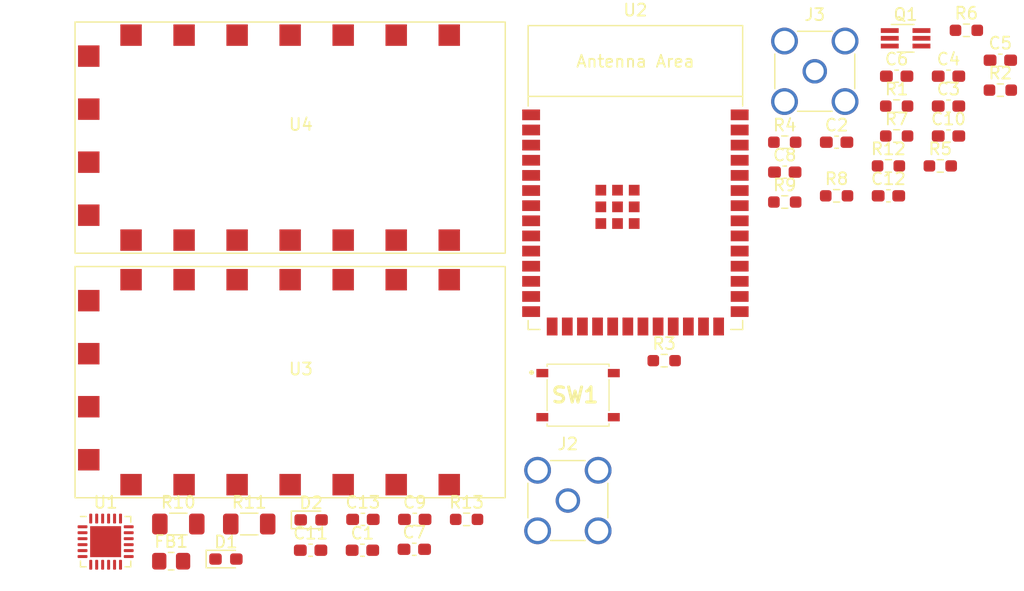
<source format=kicad_pcb>
(kicad_pcb (version 20211014) (generator pcbnew)
  (layers (0 "F.Cu" signal) (31 "B.Cu" signal) (34 "B.Paste" user) (35 "F.Paste" user) (36 "B.SilkS" user "B.Silkscreen") (37 "F.SilkS" user "F.Silkscreen") (38 "B.Mask" user) (39 "F.Mask" user) (44 "Edge.Cuts" user))
  (net 0 "")
  (net 1 "/VDD_CP")
  (net 2 "GND")
  (net 3 "/~{RST_CP}")
  (net 4 "+3V3")
  (net 5 "Net-(C6-Pad1)")
  (net 6 "Net-(C7-Pad1)")
  (net 7 "Net-(C8-Pad1)")
  (net 8 "Net-(C9-Pad1)")
  (net 9 "Net-(C10-Pad1)")
  (net 10 "/EN")
  (net 11 "/BOOT")
  (net 12 "Net-(D1-Pad1)")
  (net 13 "/VIO")
  (net 14 "Net-(D2-Pad1)")
  (net 15 "VBUS")
  (net 16 "+5V")
  (net 17 "/~{RTS}")
  (net 18 "/BASE1")
  (net 19 "/~{DTR}")
  (net 20 "/BASE2")
  (net 21 "/VBUS_DETECT_CP")
  (net 22 "Net-(R4-Pad1)")
  (net 23 "/TXT")
  (net 24 "/RXT")
  (net 25 "/~{RI}")
  (net 26 "D+")
  (net 27 "D-")
  (net 33 "/~{CTS}")
  (net 34 "UART0_TX")
  (net 35 "UART0_RX")
  (net 36 "/~{DSR}")
  (net 37 "/~{DCD}")
  (net 38 "/GPIO_04")
  (net 39 "/GPIO_05")
  (net 40 "/GPIO_06")
  (net 41 "/GPIO_07")
  (net 42 "H{slash}L2")
  (net 43 "/GPIO_16")
  (net 44 "/GPIO_17")
  (net 45 "/GPIO_18")
  (net 46 "/GPIO_08")
  (net 47 "/USB_OTG_D-")
  (net 48 "/USB_OTG_D+")
  (net 49 "/GPIO_03")
  (net 50 "/GPIO_46")
  (net 51 "/GPIO_09")
  (net 52 "/GPIO_10")
  (net 53 "TX1")
  (net 54 "RX1")
  (net 55 "PTT2")
  (net 56 "PD2")
  (net 57 "/GPIO_21")
  (net 58 "/GPIO_47")
  (net 59 "/GPIO_48")
  (net 60 "/GPIO_45")
  (net 61 "RX2")
  (net 62 "TX2")
  (net 63 "H{slash}L1")
  (net 64 "PD1")
  (net 65 "PTT1")
  (net 66 "/GPIO_02")
  (net 67 "/GPIO_01")
  (footprint "Z_mycustom_footprint_lib:SA818S" (layer "F.Cu") (at 36.7332 152.1666)
    (fp_text reference "U4" (at 0.85 -1.1 unlocked) (layer "F.SilkS"))
    (fp_text value "SA818S")
    (fp_rect (start -18.1 -9.7) (end 18 9.7) (layer "F.SilkS") (width 0.12) (fill none))
    (pad "1" smd rect (at 13.3 -8.6) (size 1.8 1.8) (layers "F.Cu" "F.Paste" "F.Mask"))
    (pad "2" smd rect (at 8.85 -8.6) (size 1.8 1.8) (layers "F.Cu" "F.Paste" "F.Mask"))
    (pad "3" smd rect (at 4.4 -8.6) (size 1.8 1.8) (layers "F.Cu" "F.Paste" "F.Mask"))
    (pad "4" smd rect (at -0.05 -8.6) (size 1.8 1.8) (layers "F.Cu" "F.Paste" "F.Mask"))
    (pad "5" smd rect (at -4.5 -8.6) (size 1.8 1.8) (layers "F.Cu" "F.Paste" "F.Mask") (net 55 "PTT2"))
    (pad "6" smd rect (at -8.95 -8.6) (size 1.8 1.8) (layers "F.Cu" "F.Paste" "F.Mask") (net 56 "PD2"))
    (pad "7" smd rect (at -13.4 -8.6) (size 1.8 1.8) (layers "F.Cu" "F.Paste" "F.Mask") (net 42 "H{slash}L2"))
    (pad "8" smd rect (at -16.95 -6.84 90) (size 1.8 1.8) (layers "F.Cu" "F.Paste" "F.Mask") (net 16 "+5V"))
    (pad "9" smd rect (at -16.95 -2.39 90) (size 1.8 1.8) (layers "F.Cu" "F.Paste" "F.Mask") (net 2 "GND"))
    (pad "10" smd rect (at -16.95 2.06 90) (size 1.8 1.8) (layers "F.Cu" "F.Paste" "F.Mask") (net 2 "GND"))
    (pad "11" smd rect (at -16.95 6.51 90) (size 1.8 1.8) (layers "F.Cu" "F.Paste" "F.Mask"))
    (pad "12" smd rect (at -13.4 8.6) (size 1.8 1.8) (layers "F.Cu" "F.Paste" "F.Mask") (net 8 "Net-(C9-Pad1)"))
    (pad "13" smd rect (at -8.95 8.6) (size 1.8 1.8) (layers "F.Cu" "F.Paste" "F.Mask"))
    (pad "14" smd rect (at -4.5 8.6) (size 1.8 1.8) (layers "F.Cu" "F.Paste" "F.Mask"))
    (pad "15" smd rect (at -0.05 8.6) (size 1.8 1.8) (layers "F.Cu" "F.Paste" "F.Mask"))
    (pad "16" smd rect (at 4.4 8.6) (size 1.8 1.8) (layers "F.Cu" "F.Paste" "F.Mask") (net 62 "TX2"))
    (pad "17" smd rect (at 8.85 8.6) (size 1.8 1.8) (layers "F.Cu" "F.Paste" "F.Mask") (net 61 "RX2"))
    (pad "18" smd rect (at 13.3 8.6) (size 1.8 1.8) (layers "F.Cu" "F.Paste" "F.Mask"))
  )
  (footprint "Connector_Coaxial:SMA_Amphenol_901-144_Vertical" (layer "F.Cu") (at 59.9882 182.6216)
    (fp_text reference "J2" (at 0 -4.75) (layer "F.SilkS"))
    (fp_text value "Conn_Coaxial")
    (fp_line (start -1.45 3.355) (end 1.45 3.355) (layer "F.SilkS") (width 0.12))
    (fp_line (start 3.355 -1.45) (end 3.355 1.45) (layer "F.SilkS") (width 0.12))
    (fp_line (start -3.355 -1.45) (end -3.355 1.45) (layer "F.SilkS") (width 0.12))
    (fp_line (start -1.45 -3.355) (end 1.45 -3.355) (layer "F.SilkS") (width 0.12))
    (pad "1" thru_hole circle (at 0 0) (size 2.05 2.05) (drill 1.5) (layers *.Cu *.Mask) (net 7 "Net-(C8-Pad1)"))
    (pad "2" thru_hole circle (at 2.54 2.54) (size 2.25 2.25) (drill 1.7) (layers *.Cu *.Mask) (net 2 "GND"))
    (pad "2" thru_hole circle (at -2.54 2.54) (size 2.25 2.25) (drill 1.7) (layers *.Cu *.Mask) (net 2 "GND"))
    (pad "2" thru_hole circle (at 2.54 -2.54) (size 2.25 2.25) (drill 1.7) (layers *.Cu *.Mask) (net 2 "GND"))
    (pad "2" thru_hole circle (at -2.54 -2.54) (size 2.25 2.25) (drill 1.7) (layers *.Cu *.Mask) (net 2 "GND"))
  )
  (footprint "SamacSys_Parts:PTS526SK15SMTR2LFS" (layer "F.Cu") (at 60.8432 173.7766)
    (fp_text reference "SW1" (at -0.25 0) (layer "F.SilkS") (effects (font (size 1.27 1.27) (thickness 0.254))))
    (fp_text value "MCU_RESET" hide)
    (fp_line (start -2.6 -2.4) (end -2.6 -2.6) (layer "F.SilkS") (width 0.1))
    (fp_line (start 2.6 -2.6) (end 2.6 -2.4) (layer "F.SilkS") (width 0.1))
    (fp_line (start -2.6 1.3) (end -2.6 -1.3) (layer "F.SilkS") (width 0.1))
    (fp_line (start 2.6 1.3) (end 2.6 -1.3) (layer "F.SilkS") (width 0.1))
    (fp_line (start -3.8 -1.9) (end -3.8 -1.9) (layer "F.SilkS") (width 0.2))
    (fp_line (start -4 -1.9) (end -4 -1.9) (layer "F.SilkS") (width 0.2))
    (fp_line (start 2.6 2.6) (end 2.6 2.4) (layer "F.SilkS") (width 0.1))
    (fp_line (start -2.6 -2.6) (end 2.6 -2.6) (layer "F.SilkS") (width 0.1))
    (fp_line (start -2.6 2.4) (end -2.6 2.6) (layer "F.SilkS") (width 0.1))
    (fp_line (start -2.6 2.6) (end 2.6 2.6) (layer "F.SilkS") (width 0.1))
    (fp_arc (start -3.8 -1.9) (mid -3.9 -1.8) (end -4 -1.9) (layer "F.SilkS") (width 0.2))
    (fp_arc (start -4 -1.9) (mid -3.9 -2) (end -3.8 -1.9) (layer "F.SilkS") (width 0.2))
    (pad "1" smd rect (at -3 -1.85 90) (size 0.7 1) (layers "F.Cu" "F.Paste" "F.Mask") (net 10 "/EN"))
    (pad "1" smd rect (at 3 -1.85 90) (size 0.7 1) (layers "F.Cu" "F.Paste" "F.Mask") (net 10 "/EN"))
    (pad "2" smd rect (at 3 1.85 90) (size 0.7 1) (layers "F.Cu" "F.Paste" "F.Mask") (net 2 "GND"))
    (pad "2" smd rect (at -3 1.85 90) (size 0.7 1) (layers "F.Cu" "F.Paste" "F.Mask") (net 2 "GND"))
  )
  (footprint "Package_DFN_QFN:QFN-24-1EP_4x4mm_P0.5mm_EP2.6x2.6mm" (layer "F.Cu") (at 21.1982 186.0716)
    (fp_text reference "U1" (at 0 -3.3) (layer "F.SilkS"))
    (fp_text value "CP2102N-Axx-xQFN24")
    (fp_line (start 2.11 2.11) (end 2.11 1.635) (layer "F.SilkS") (width 0.12))
    (fp_line (start 1.635 -2.11) (end 2.11 -2.11) (layer "F.SilkS") (width 0.12))
    (fp_line (start -1.635 -2.11) (end -2.11 -2.11) (layer "F.SilkS") (width 0.12))
    (fp_line (start 2.11 -2.11) (end 2.11 -1.635) (layer "F.SilkS") (width 0.12))
    (fp_line (start 1.635 2.11) (end 2.11 2.11) (layer "F.SilkS") (width 0.12))
    (fp_line (start -1.635 2.11) (end -2.11 2.11) (layer "F.SilkS") (width 0.12))
    (fp_line (start -2.11 2.11) (end -2.11 1.635) (layer "F.SilkS") (width 0.12))
    (pad "1" smd roundrect (at -1.9375 -1.25) (size 0.825 0.25) (layers "F.Cu" "F.Paste" "F.Mask") (net 25 "/~{RI}"))
    (pad "2" smd roundrect (at -1.9375 -0.75) (size 0.825 0.25) (layers "F.Cu" "F.Paste" "F.Mask") (net 2 "GND"))
    (pad "3" smd roundrect (at -1.9375 -0.25) (size 0.825 0.25) (layers "F.Cu" "F.Paste" "F.Mask") (net 26 "D+"))
    (pad "4" smd roundrect (at -1.9375 0.25) (size 0.825 0.25) (layers "F.Cu" "F.Paste" "F.Mask") (net 27 "D-"))
    (pad "5" smd roundrect (at -1.9375 0.75) (size 0.825 0.25) (layers "F.Cu" "F.Paste" "F.Mask") (net 13 "/VIO"))
    (pad "6" smd roundrect (at -1.9375 1.25) (size 0.825 0.25) (layers "F.Cu" "F.Paste" "F.Mask") (net 1 "/VDD_CP"))
    (pad "7" smd roundrect (at -1.25 1.9375) (size 0.25 0.825) (layers "F.Cu" "F.Paste" "F.Mask") (net 1 "/VDD_CP"))
    (pad "8" smd roundrect (at -0.75 1.9375) (size 0.25 0.825) (layers "F.Cu" "F.Paste" "F.Mask") (net 21 "/VBUS_DETECT_CP"))
    (pad "9" smd roundrect (at -0.25 1.9375) (size 0.25 0.825) (layers "F.Cu" "F.Paste" "F.Mask") (net 3 "/~{RST_CP}"))
    (pad "10" smd roundrect (at 0.25 1.9375) (size 0.25 0.825) (layers "F.Cu" "F.Paste" "F.Mask"))
    (pad "11" smd roundrect (at 0.75 1.9375) (size 0.25 0.825) (layers "F.Cu" "F.Paste" "F.Mask"))
    (pad "12" smd roundrect (at 1.25 1.9375) (size 0.25 0.825) (layers "F.Cu" "F.Paste" "F.Mask"))
    (pad "13" smd roundrect (at 1.9375 1.25) (size 0.825 0.25) (layers "F.Cu" "F.Paste" "F.Mask") (net 24 "/RXT"))
    (pad "14" smd roundrect (at 1.9375 0.75) (size 0.825 0.25) (layers "F.Cu" "F.Paste" "F.Mask") (net 23 "/TXT"))
    (pad "15" smd roundrect (at 1.9375 0.25) (size 0.825 0.25) (layers "F.Cu" "F.Paste" "F.Mask") (net 22 "Net-(R4-Pad1)"))
    (pad "16" smd roundrect (at 1.9375 -0.25) (size 0.825 0.25) (layers "F.Cu" "F.Paste" "F.Mask"))
    (pad "17" smd roundrect (at 1.9375 -0.75) (size 0.825 0.25) (layers "F.Cu" "F.Paste" "F.Mask"))
    (pad "18" smd roundrect (at 1.9375 -1.25) (size 0.825 0.25) (layers "F.Cu" "F.Paste" "F.Mask") (net 33 "/~{CTS}"))
    (pad "19" smd roundrect (at 1.25 -1.9375) (size 0.25 0.825) (layers "F.Cu" "F.Paste" "F.Mask") (net 17 "/~{RTS}"))
    (pad "20" smd roundrect (at 0.75 -1.9375) (size 0.25 0.825) (layers "F.Cu" "F.Paste" "F.Mask") (net 34 "UART0_TX"))
    (pad "21" smd roundrect (at 0.25 -1.9375) (size 0.25 0.825) (layers "F.Cu" "F.Paste" "F.Mask") (net 35 "UART0_RX"))
    (pad "22" smd roundrect (at -0.25 -1.9375) (size 0.25 0.825) (layers "F.Cu" "F.Paste" "F.Mask") (net 36 "/~{DSR}"))
    (pad "23" smd roundrect (at -0.75 -1.9375) (size 0.25 0.825) (layers "F.Cu" "F.Paste" "F.Mask") (net 19 "/~{DTR}"))
    (pad "24" smd roundrect (at -1.25 -1.9375) (size 0.25 0.825) (layers "F.Cu" "F.Paste" "F.Mask") (net 37 "/~{DCD}"))
    (pad "25" smd rect (at 0 0) (size 2.6 2.6) (layers "F.Cu" "F.Mask") (net 2 "GND"))
  )
  (footprint "Capacitor_SMD:C_0603_1608Metric_Pad1.08x0.95mm_HandSolder" (layer "F.Cu") (at 91.9282 149.5216)
    (fp_text reference "C3" (at 0 -1.43) (layer "F.SilkS"))
    (fp_text value "10u")
    (fp_line (start -0.146267 -0.51) (end 0.146267 -0.51) (layer "F.SilkS") (width 0.12))
    (fp_line (start -0.146267 0.51) (end 0.146267 0.51) (layer "F.SilkS") (width 0.12))
    (pad "1" smd roundrect (at -0.8625 0) (size 1.075 0.95) (layers "F.Cu" "F.Paste" "F.Mask") (net 4 "+3V3"))
    (pad "2" smd roundrect (at 0.8625 0) (size 1.075 0.95) (layers "F.Cu" "F.Paste" "F.Mask") (net 2 "GND"))
  )
  (footprint "Capacitor_SMD:C_0603_1608Metric_Pad1.08x0.95mm_HandSolder" (layer "F.Cu") (at 91.9282 152.0316)
    (fp_text reference "C10" (at 0 -1.43) (layer "F.SilkS"))
    (fp_text value "DNP")
    (fp_line (start -0.146267 -0.51) (end 0.146267 -0.51) (layer "F.SilkS") (width 0.12))
    (fp_line (start -0.146267 0.51) (end 0.146267 0.51) (layer "F.SilkS") (width 0.12))
    (pad "1" smd roundrect (at -0.8625 0) (size 1.075 0.95) (layers "F.Cu" "F.Paste" "F.Mask") (net 9 "Net-(C10-Pad1)"))
    (pad "2" smd roundrect (at 0.8625 0) (size 1.075 0.95) (layers "F.Cu" "F.Paste" "F.Mask") (net 2 "GND"))
  )
  (footprint "Package_TO_SOT_SMD:SOT-363_SC-70-6_Handsoldering" (layer "F.Cu") (at 88.3282 143.8316)
    (fp_text reference "Q1" (at 0 -2) (layer "F.SilkS"))
    (fp_text value "BC847BS")
    (fp_line (start 0.7 -1.16) (end -1.2 -1.16) (layer "F.SilkS") (width 0.12))
    (fp_line (start -0.7 1.16) (end 0.7 1.16) (layer "F.SilkS") (width 0.12))
    (pad "1" smd rect (at -1.33 -0.65) (size 1.5 0.4) (layers "F.Cu" "F.Paste" "F.Mask") (net 17 "/~{RTS}"))
    (pad "2" smd rect (at -1.33 0) (size 1.5 0.4) (layers "F.Cu" "F.Paste" "F.Mask") (net 18 "/BASE1"))
    (pad "3" smd rect (at -1.33 0.65) (size 1.5 0.4) (layers "F.Cu" "F.Paste" "F.Mask") (net 11 "/BOOT"))
    (pad "4" smd rect (at 1.33 0.65) (size 1.5 0.4) (layers "F.Cu" "F.Paste" "F.Mask") (net 19 "/~{DTR}"))
    (pad "5" smd rect (at 1.33 0) (size 1.5 0.4) (layers "F.Cu" "F.Paste" "F.Mask") (net 20 "/BASE2"))
    (pad "6" smd rect (at 1.33 -0.65) (size 1.5 0.4) (layers "F.Cu" "F.Paste" "F.Mask") (net 10 "/EN"))
  )
  (footprint "Capacitor_SMD:C_0603_1608Metric_Pad1.08x0.95mm_HandSolder" (layer "F.Cu") (at 82.5382 152.5516)
    (fp_text reference "C2" (at 0 -1.43) (layer "F.SilkS"))
    (fp_text value "100n")
    (fp_line (start -0.146267 -0.51) (end 0.146267 -0.51) (layer "F.SilkS") (width 0.12))
    (fp_line (start -0.146267 0.51) (end 0.146267 0.51) (layer "F.SilkS") (width 0.12))
    (pad "1" smd roundrect (at -0.8625 0) (size 1.075 0.95) (layers "F.Cu" "F.Paste" "F.Mask") (net 3 "/~{RST_CP}"))
    (pad "2" smd roundrect (at 0.8625 0) (size 1.075 0.95) (layers "F.Cu" "F.Paste" "F.Mask") (net 2 "GND"))
  )
  (footprint "Resistor_SMD:R_0603_1608Metric_Pad0.98x0.95mm_HandSolder" (layer "F.Cu") (at 78.1882 157.5716)
    (fp_text reference "R9" (at 0 -1.43) (layer "F.SilkS"))
    (fp_text value "10k")
    (fp_line (start -0.254724 -0.5225) (end 0.254724 -0.5225) (layer "F.SilkS") (width 0.12))
    (fp_line (start -0.254724 0.5225) (end 0.254724 0.5225) (layer "F.SilkS") (width 0.12))
    (pad "1" smd roundrect (at -0.9125 0) (size 0.975 0.95) (layers "F.Cu" "F.Paste" "F.Mask") (net 17 "/~{RTS}"))
    (pad "2" smd roundrect (at 0.9125 0) (size 0.975 0.95) (layers "F.Cu" "F.Paste" "F.Mask") (net 20 "/BASE2"))
  )
  (footprint "Resistor_SMD:R_0603_1608Metric_Pad0.98x0.95mm_HandSolder" (layer "F.Cu") (at 96.2782 148.1816)
    (fp_text reference "R2" (at 0 -1.43) (layer "F.SilkS"))
    (fp_text value "22k")
    (fp_line (start -0.254724 -0.5225) (end 0.254724 -0.5225) (layer "F.SilkS") (width 0.12))
    (fp_line (start -0.254724 0.5225) (end 0.254724 0.5225) (layer "F.SilkS") (width 0.12))
    (pad "1" smd roundrect (at -0.9125 0) (size 0.975 0.95) (layers "F.Cu" "F.Paste" "F.Mask") (net 16 "+5V"))
    (pad "2" smd roundrect (at 0.9125 0) (size 0.975 0.95) (layers "F.Cu" "F.Paste" "F.Mask") (net 21 "/VBUS_DETECT_CP"))
  )
  (footprint "Capacitor_SMD:C_0603_1608Metric_Pad1.08x0.95mm_HandSolder" (layer "F.Cu") (at 86.8882 157.0516)
    (fp_text reference "C12" (at 0 -1.43) (layer "F.SilkS"))
    (fp_text value "15n")
    (fp_line (start -0.146267 0.51) (end 0.146267 0.51) (layer "F.SilkS") (width 0.12))
    (fp_line (start -0.146267 -0.51) (end 0.146267 -0.51) (layer "F.SilkS") (width 0.12))
    (pad "1" smd roundrect (at -0.8625 0) (size 1.075 0.95) (layers "F.Cu" "F.Paste" "F.Mask") (net 10 "/EN"))
    (pad "2" smd roundrect (at 0.8625 0) (size 1.075 0.95) (layers "F.Cu" "F.Paste" "F.Mask") (net 2 "GND"))
  )
  (footprint "Capacitor_SMD:C_0603_1608Metric_Pad1.08x0.95mm_HandSolder" (layer "F.Cu") (at 78.1882 155.0616)
    (fp_text reference "C8" (at 0 -1.43) (layer "F.SilkS"))
    (fp_text value "DNP")
    (fp_line (start -0.146267 -0.51) (end 0.146267 -0.51) (layer "F.SilkS") (width 0.12))
    (fp_line (start -0.146267 0.51) (end 0.146267 0.51) (layer "F.SilkS") (width 0.12))
    (pad "1" smd roundrect (at -0.8625 0) (size 1.075 0.95) (layers "F.Cu" "F.Paste" "F.Mask") (net 7 "Net-(C8-Pad1)"))
    (pad "2" smd roundrect (at 0.8625 0) (size 1.075 0.95) (layers "F.Cu" "F.Paste" "F.Mask") (net 2 "GND"))
  )
  (footprint "Resistor_SMD:R_0603_1608Metric_Pad0.98x0.95mm_HandSolder" (layer "F.Cu") (at 87.5782 152.0316)
    (fp_text reference "R7" (at 0 -1.43) (layer "F.SilkS"))
    (fp_text value "1Meg")
    (fp_line (start -0.254724 -0.5225) (end 0.254724 -0.5225) (layer "F.SilkS") (width 0.12))
    (fp_line (start -0.254724 0.5225) (end 0.254724 0.5225) (layer "F.SilkS") (width 0.12))
    (pad "1" smd roundrect (at -0.9125 0) (size 0.975 0.95) (layers "F.Cu" "F.Paste" "F.Mask") (net 2 "GND"))
    (pad "2" smd roundrect (at 0.9125 0) (size 0.975 0.95) (layers "F.Cu" "F.Paste" "F.Mask") (net 5 "Net-(C6-Pad1)"))
  )
  (footprint "Capacitor_SMD:C_0603_1608Metric_Pad1.08x0.95mm_HandSolder" (layer "F.Cu") (at 87.5782 147.0116)
    (fp_text reference "C6" (at 0 -1.43) (layer "F.SilkS"))
    (fp_text value "10p")
    (fp_line (start -0.146267 0.51) (end 0.146267 0.51) (layer "F.SilkS") (width 0.12))
    (fp_line (start -0.146267 -0.51) (end 0.146267 -0.51) (layer "F.SilkS") (width 0.12))
    (pad "1" smd roundrect (at -0.8625 0) (size 1.075 0.95) (layers "F.Cu" "F.Paste" "F.Mask") (net 5 "Net-(C6-Pad1)"))
    (pad "2" smd roundrect (at 0.8625 0) (size 1.075 0.95) (layers "F.Cu" "F.Paste" "F.Mask") (net 2 "GND"))
  )
  (footprint "Resistor_SMD:R_1206_3216Metric_Pad1.30x1.75mm_HandSolder" (layer "F.Cu") (at 33.2482 184.5916)
    (fp_text reference "R11" (at 0 -1.82) (layer "F.SilkS"))
    (fp_text value "filter")
    (fp_line (start -0.727064 0.91) (end 0.727064 0.91) (layer "F.SilkS") (width 0.12))
    (fp_line (start -0.727064 -0.91) (end 0.727064 -0.91) (layer "F.SilkS") (width 0.12))
    (pad "1" smd roundrect (at -1.55 0) (size 1.3 1.75) (layers "F.Cu" "F.Paste" "F.Mask") (roundrect_rratio 0.192308) (net 8 "Net-(C9-Pad1)"))
    (pad "2" smd roundrect (at 1.55 0) (size 1.3 1.75) (layers "F.Cu" "F.Paste" "F.Mask") (roundrect_rratio 0.192308) (net 9 "Net-(C10-Pad1)"))
  )
  (footprint "LED_SMD:LED_0603_1608Metric_Pad1.05x0.95mm_HandSolder" (layer "F.Cu") (at 31.2932 187.5316)
    (fp_text reference "D1" (at 0 -1.43) (layer "F.SilkS"))
    (fp_text value "LED_Small")
    (fp_line (start -1.66 0.735) (end 0.8 0.735) (layer "F.SilkS") (width 0.12))
    (fp_line (start -1.66 -0.735) (end -1.66 0.735) (layer "F.SilkS") (width 0.12))
    (fp_line (start 0.8 -0.735) (end -1.66 -0.735) (layer "F.SilkS") (width 0.12))
    (pad "1" smd roundrect (at -0.875 0) (size 1.05 0.95) (layers "F.Cu" "F.Paste" "F.Mask") (net 12 "Net-(D1-Pad1)"))
    (pad "2" smd roundrect (at 0.875 0) (size 1.05 0.95) (layers "F.Cu" "F.Paste" "F.Mask") (net 13 "/VIO"))
  )
  (footprint "Capacitor_SMD:C_0603_1608Metric_Pad1.08x0.95mm_HandSolder" (layer "F.Cu") (at 91.9282 147.0116)
    (fp_text reference "C4" (at 0 -1.43) (layer "F.SilkS"))
    (fp_text value "10u")
    (fp_line (start -0.146267 0.51) (end 0.146267 0.51) (layer "F.SilkS") (width 0.12))
    (fp_line (start -0.146267 -0.51) (end 0.146267 -0.51) (layer "F.SilkS") (width 0.12))
    (pad "1" smd roundrect (at -0.8625 0) (size 1.075 0.95) (layers "F.Cu" "F.Paste" "F.Mask") (net 4 "+3V3"))
    (pad "2" smd roundrect (at 0.8625 0) (size 1.075 0.95) (layers "F.Cu" "F.Paste" "F.Mask") (net 2 "GND"))
  )
  (footprint "Resistor_SMD:R_0603_1608Metric_Pad0.98x0.95mm_HandSolder" (layer "F.Cu") (at 68.0682 170.8816)
    (fp_text reference "R3" (at 0 -1.43) (layer "F.SilkS"))
    (fp_text value "47k")
    (fp_line (start -0.254724 -0.5225) (end 0.254724 -0.5225) (layer "F.SilkS") (width 0.12))
    (fp_line (start -0.254724 0.5225) (end 0.254724 0.5225) (layer "F.SilkS") (width 0.12))
    (pad "1" smd roundrect (at -0.9125 0) (size 0.975 0.95) (layers "F.Cu" "F.Paste" "F.Mask") (net 21 "/VBUS_DETECT_CP"))
    (pad "2" smd roundrect (at 0.9125 0) (size 0.975 0.95) (layers "F.Cu" "F.Paste" "F.Mask") (net 2 "GND"))
  )
  (footprint "Capacitor_SMD:C_0603_1608Metric_Pad1.08x0.95mm_HandSolder" (layer "F.Cu") (at 38.3982 186.7916)
    (fp_text reference "C11" (at 0 -1.43) (layer "F.SilkS"))
    (fp_text value "DNP")
    (fp_line (start -0.146267 0.51) (end 0.146267 0.51) (layer "F.SilkS") (width 0.12))
    (fp_line (start -0.146267 -0.51) (end 0.146267 -0.51) (layer "F.SilkS") (width 0.12))
    (pad "1" smd roundrect (at -0.8625 0) (size 1.075 0.95) (layers "F.Cu" "F.Paste" "F.Mask") (net 10 "/EN"))
    (pad "2" smd roundrect (at 0.8625 0) (size 1.075 0.95) (layers "F.Cu" "F.Paste" "F.Mask") (net 2 "GND"))
  )
  (footprint "LED_SMD:LED_0603_1608Metric_Pad1.05x0.95mm_HandSolder" (layer "F.Cu") (at 38.4432 184.2416)
    (fp_text reference "D2" (at 0 -1.43) (layer "F.SilkS"))
    (fp_text value "LED_Small")
    (fp_line (start -1.66 -0.735) (end -1.66 0.735) (layer "F.SilkS") (width 0.12))
    (fp_line (start -1.66 0.735) (end 0.8 0.735) (layer "F.SilkS") (width 0.12))
    (fp_line (start 0.8 -0.735) (end -1.66 -0.735) (layer "F.SilkS") (width 0.12))
    (pad "1" smd roundrect (at -0.875 0) (size 1.05 0.95) (layers "F.Cu" "F.Paste" "F.Mask") (net 14 "Net-(D2-Pad1)"))
    (pad "2" smd roundrect (at 0.875 0) (size 1.05 0.95) (layers "F.Cu" "F.Paste" "F.Mask") (net 13 "/VIO"))
  )
  (footprint "Resistor_SMD:R_0603_1608Metric_Pad0.98x0.95mm_HandSolder" (layer "F.Cu") (at 93.4282 143.1616)
    (fp_text reference "R6" (at 0 -1.43) (layer "F.SilkS"))
    (fp_text value "300")
    (fp_line (start -0.254724 -0.5225) (end 0.254724 -0.5225) (layer "F.SilkS") (width 0.12))
    (fp_line (start -0.254724 0.5225) (end 0.254724 0.5225) (layer "F.SilkS") (width 0.12))
    (pad "1" smd roundrect (at -0.9125 0) (size 0.975 0.95) (layers "F.Cu" "F.Paste" "F.Mask") (net 24 "/RXT"))
    (pad "2" smd roundrect (at 0.9125 0) (size 0.975 0.95) (layers "F.Cu" "F.Paste" "F.Mask") (net 14 "Net-(D2-Pad1)"))
  )
  (footprint "Espressif:ESP32-S3-WROOM-1" (layer "F.Cu") (at 65.6532 158.5166)
    (fp_text reference "U2" (at 0 -17.05) (layer "F.SilkS"))
    (fp_text value "ESP32-S3-WROOM-1")
    (fp_text user "Antenna Area" (at 0 -12.75) (layer "F.SilkS"))
    (fp_line (start 9 -9.81) (end -9 -9.81) (layer "F.SilkS") (width 0.12))
    (fp_line (start -9 9.75) (end -8 9.75) (layer "F.SilkS") (width 0.12))
    (fp_line (start -9 -15.75) (end 9 -15.75) (layer "F.SilkS") (width 0.12))
    (fp_line (start 9 -15.75) (end 9 -9) (layer "F.SilkS") (width 0.12))
    (fp_line (start 9 9) (end 9 9.75) (layer "F.SilkS") (width 0.12))
    (fp_line (start 9 9.75) (end 8 9.75) (layer "F.SilkS") (width 0.12))
    (fp_line (start -9 9) (end -9 9.75) (layer "F.SilkS") (width 0.12))
    (fp_line (start -9 -15.75) (end -9 -9) (layer "F.SilkS") (width 0.12))
    (pad "1" smd rect (at -8.75 -8.26) (size 1.5 0.9) (layers "F.Cu" "F.Paste" "F.Mask") (net 2 "GND"))
    (pad "2" smd rect (at -8.75 -6.99) (size 1.5 0.9) (layers "F.Cu" "F.Paste" "F.Mask") (net 4 "+3V3"))
    (pad "3" smd rect (at -8.75 -5.72) (size 1.5 0.9) (layers "F.Cu" "F.Paste" "F.Mask") (net 10 "/EN"))
    (pad "4" smd rect (at -8.75 -4.45) (size 1.5 0.9) (layers "F.Cu" "F.Paste" "F.Mask") (net 38 "/GPIO_04"))
    (pad "5" smd rect (at -8.75 -3.18) (size 1.5 0.9) (layers "F.Cu" "F.Paste" "F.Mask") (net 39 "/GPIO_05"))
    (pad "6" smd rect (at -8.75 -1.91) (size 1.5 0.9) (layers "F.Cu" "F.Paste" "F.Mask") (net 40 "/GPIO_06"))
    (pad "7" smd rect (at -8.75 -0.64) (size 1.5 0.9) (layers "F.Cu" "F.Paste" "F.Mask") (net 41 "/GPIO_07"))
    (pad "8" smd rect (at -8.75 0.63) (size 1.5 0.9) (layers "F.Cu" "F.Paste" "F.Mask") (net 42 "H{slash}L2"))
    (pad "9" smd rect (at -8.75 1.9) (size 1.5 0.9) (layers "F.Cu" "F.Paste" "F.Mask") (net 43 "/GPIO_16"))
    (pad "10" smd rect (at -8.75 3.17) (size 1.5 0.9) (layers "F.Cu" "F.Paste" "F.Mask") (net 44 "/GPIO_17"))
    (pad "11" smd rect (at -8.75 4.44) (size 1.5 0.9) (layers "F.Cu" "F.Paste" "F.Mask") (net 45 "/GPIO_18"))
    (pad "12" smd rect (at -8.75 5.71) (size 1.5 0.9) (layers "F.Cu" "F.Paste" "F.Mask") (net 46 "/GPIO_08"))
    (pad "13" smd rect (at -8.75 6.98) (size 1.5 0.9) (layers "F.Cu" "F.Paste" "F.Mask") (net 47 "/USB_OTG_D-"))
    (pad "14" smd rect (at -8.75 8.25) (size 1.5 0.9) (layers "F.Cu" "F.Paste" "F.Mask") (net 48 "/USB_OTG_D+"))
    (pad "15" smd rect (at -6.985 9.5 90) (size 1.5 0.9) (layers "F.Cu" "F.Paste" "F.Mask") (net 49 "/GPIO_03"))
    (pad "16" smd rect (at -5.715 9.5 90) (size 1.5 0.9) (layers "F.Cu" "F.Paste" "F.Mask") (net 50 "/GPIO_46"))
    (pad "17" smd rect (at -4.445 9.5 90) (size 1.5 0.9) (layers "F.Cu" "F.Paste" "F.Mask") (net 51 "/GPIO_09"))
    (pad "18" smd rect (at -3.175 9.5 90) (size 1.5 0.9) (layers "F.Cu" "F.Paste" "F.Mask") (net 52 "/GPIO_10"))
    (pad "19" smd rect (at -1.905 9.5 90) (size 1.5 0.9) (layers "F.Cu" "F.Paste" "F.Mask") (net 53 "TX1"))
    (pad "20" smd rect (at -0.635 9.5 90) (size 1.5 0.9) (layers "F.Cu" "F.Paste" "F.Mask") (net 54 "RX1"))
    (pad "21" smd rect (at 0.635 9.5 90) (size 1.5 0.9) (layers "F.Cu" "F.Paste" "F.Mask") (net 55 "PTT2"))
    (pad "22" smd rect (at 1.905 9.5 90) (size 1.5 0.9) (layers "F.Cu" "F.Paste" "F.Mask") (net 56 "PD2"))
    (pad "23" smd rect (at 3.175 9.5 90) (size 1.5 0.9) (layers "F.Cu" "F.Paste" "F.Mask") (net 57 "/GPIO_21"))
    (pad "24" smd rect (at 4.445 9.5 90) (size 1.5 0.9) (layers "F.Cu" "F.Paste" "F.Mask") (net 58 "/GPIO_47"))
    (pad "25" smd rect (at 5.715 9.5 90) (size 1.5 0.9) (layers "F.Cu" "F.Paste" "F.Mask") (net 59 "/GPIO_48"))
    (pad "26" smd rect (at 6.985 9.5 90) (size 1.5 0.9) (layers "F.Cu" "F.Paste" "F.Mask") (net 60 "/GPIO_45"))
    (pad "27" smd rect (at 8.75 8.25 180) (size 1.5 0.9) (layers "F.Cu" "F.Paste" "F.Mask") (net 11 "/BOOT"))
    (pad "28" smd rect (at 8.75 6.98 180) (size 1.5 0.9) (layers "F.Cu" "F.Paste" "F.Mask") (net 61 "RX2"))
    (pad "29" smd rect (at 8.75 5.71 180) (size 1.5 0.9) (layers "F.Cu" "F.Paste" "F.Mask") (net 62 "TX2"))
    (pad "30" smd rect (at 8.75 4.44 180) (size 1.5 0.9) (layers "F.Cu" "F.Paste" "F.Mask") (net 42 "H{slash}L2"))
    (pad "31" smd rect (at 8.75 3.17 180) (size 1.5 0.9) (layers "F.Cu" "F.Paste" "F.Mask") (net 56 "PD2"))
    (pad "32" smd rect (at 8.75 1.9 180) (size 1.5 0.9) (layers "F.Cu" "F.Paste" "F.Mask") (net 55 "PTT2"))
    (pad "33" smd rect (at 8.75 0.63 180) (size 1.5 0.9) (layers "F.Cu" "F.Paste" "F.Mask") (net 63 "H{slash}L1"))
    (pad "34" smd rect (at 8.75 -0.64 180) (size 1.5 0.9) (layers "F.Cu" "F.Paste" "F.Mask") (net 64 "PD1"))
    (pad "35" smd rect (at 8.75 -1.91 180) (size 1.5 0.9) (layers "F.Cu" "F.Paste" "F.Mask") (net 65 "PTT1"))
    (pad "36" smd rect (at 8.75 -3.18 180) (size 1.5 0.9) (layers "F.Cu" "F.Paste" "F.Mask") (net 35 "UART0_RX"))
    (pad "37" smd rect (at 8.75 -4.45 180) (size 1.5 0.9) (layers "F.Cu" "F.Paste" "F.Mask") (net 34 "UART0_TX"))
    (pad "38" smd rect (at 8.75 -5.72 180) (size 1.5 0.9) (layers "F.Cu" "F.Paste" "F.Mask") (net 66 "/GPIO_02"))
    (pad "39" smd rect (at 8.75 -6.99 180) (size 1.5 0.9) (layers "F.Cu" "F.Paste" "F.Mask") (net 67 "/GPIO_01"))
    (pad "40" smd rect (at 8.75 -8.26 180) (size 1.5 0.9) (layers "F.Cu" "F.Paste" "F.Mask") (net 2 "GND"))
    (pad "41" smd rect (at -2.9 -1.94 180) (size 0.9 0.9) (layers "F.Cu" "F.Paste" "F.Mask") (net 2 "GND"))
    (pad "41" smd rect (at -2.9 0.86 180) (size 0.9 0.9) (layers "F.Cu" "F.Paste" "F.Mask") (net 2 "GND"))
    (pad "41" smd rect (at -0.1 -0.54 180) (size 0.9 0.9) (layers "F.Cu" "F.Paste" "F.Mask") (net 2 "GND"))
    (pad "41" smd rect (at -2.9 -0.54 180) (size 0.9 0.9) (layers "F.Cu" "F.Paste" "F.Mask") (net 2 "GND"))
    (pad "41" smd rect (at -1.5 -0.54 180) (size 0.9 0.9) (layers "F.Cu" "F.Paste" "F.Mask") (net 2 "GND"))
    (pad "41" smd rect (at -1.5 0.86 180) (size 0.9 0.9) (layers "F.Cu" "F.Paste" "F.Mask") (net 2 "GND"))
    (pad "41" smd rect (at -0.1 0.86 180) (size 0.9 0.9) (layers "F.Cu" "F.Paste" "F.Mask") (net 2 "GND"))
    (pad "41" smd rect (at -0.1 -1.94 180) (size 0.9 0.9) (layers "F.Cu" "F.Paste" "F.Mask") (net 2 "GND"))
    (pad "41" smd rect (at -1.5 -1.94 180) (size 0.9 0.9) (layers "F.Cu" "F.Paste" "F.Mask") (net 2 "GND"))
  )
  (footprint "Connector_Coaxial:SMA_Amphenol_901-144_Vertical" (layer "F.Cu") (at 80.7082 146.6016)
    (fp_text reference "J3" (at 0 -4.75) (layer "F.SilkS"))
    (fp_text value "Conn_Coaxial")
    (fp_line (start -3.355 -1.45) (end -3.355 1.45) (layer "F.SilkS") (width 0.12))
    (fp_line (start 3.355 -1.45) (end 3.355 1.45) (layer "F.SilkS") (width 0.12))
    (fp_line (start -1.45 -3.355) (end 1.45 -3.355) (layer "F.SilkS") (width 0.12))
    (fp_line (start -1.45 3.355) (end 1.45 3.355) (layer "F.SilkS") (width 0.12))
    (pad "1" thru_hole circle (at 0 0) (size 2.05 2.05) (drill 1.5) (layers *.Cu *.Mask) (net 9 "Net-(C10-Pad1)"))
    (pad "2" thru_hole circle (at 2.54 -2.54) (size 2.25 2.25) (drill 1.7) (layers *.Cu *.Mask) (net 2 "GND"))
    (pad "2" thru_hole circle (at 2.54 2.54) (size 2.25 2.25) (drill 1.7) (layers *.Cu *.Mask) (net 2 "GND"))
    (pad "2" thru_hole circle (at -2.54 -2.54) (size 2.25 2.25) (drill 1.7) (layers *.Cu *.Mask) (net 2 "GND"))
    (pad "2" thru_hole circle (at -2.54 2.54) (size 2.25 2.25) (drill 1.7) (layers *.Cu *.Mask) (net 2 "GND"))
  )
  (footprint "Resistor_SMD:R_0805_2012Metric_Pad1.20x1.40mm_HandSolder" (layer "F.Cu") (at 26.6982 187.7116)
    (fp_text reference "FB1" (at 0 -1.65) (layer "F.SilkS"))
    (fp_text value "MH2029-401Y")
    (fp_line (start -0.227064 -0.735) (end 0.227064 -0.735) (layer "F.SilkS") (width 0.12))
    (fp_line (start -0.227064 0.735) (end 0.227064 0.735) (layer "F.SilkS") (width 0.12))
    (pad "1" smd roundrect (at -1 0) (size 1.2 1.4) (layers "F.Cu" "F.Paste" "F.Mask") (roundrect_rratio 0.208333) (net 15 "VBUS"))
    (pad "2" smd roundrect (at 1 0) (size 1.2 1.4) (layers "F.Cu" "F.Paste" "F.Mask") (roundrect_rratio 0.208333) (net 16 "+5V"))
  )
  (footprint "Resistor_SMD:R_0603_1608Metric_Pad0.98x0.95mm_HandSolder" (layer "F.Cu") (at 87.5782 149.5216)
    (fp_text reference "R1" (at 0 -1.43) (layer "F.SilkS"))
    (fp_text value "1k")
    (fp_line (start -0.254724 0.5225) (end 0.254724 0.5225) (layer "F.SilkS") (width 0.12))
    (fp_line (start -0.254724 -0.5225) (end 0.254724 -0.5225) (layer "F.SilkS") (width 0.12))
    (pad "1" smd roundrect (at -0.9125 0) (size 0.975 0.95) (layers "F.Cu" "F.Paste" "F.Mask") (net 3 "/~{RST_CP}"))
    (pad "2" smd roundrect (at 0.9125 0) (size 0.975 0.95) (layers "F.Cu" "F.Paste" "F.Mask") (net 13 "/VIO"))
  )
  (footprint "Capacitor_SMD:C_0603_1608Metric_Pad1.08x0.95mm_HandSolder" (layer "F.Cu") (at 96.2782 145.6716)
    (fp_text reference "C5" (at 0 -1.43) (layer "F.SilkS"))
    (fp_text value "100n")
    (fp_line (start -0.146267 0.51) (end 0.146267 0.51) (layer "F.SilkS") (width 0.12))
    (fp_line (start -0.146267 -0.51) (end 0.146267 -0.51) (layer "F.SilkS") (width 0.12))
    (pad "1" smd roundrect (at -0.8625 0) (size 1.075 0.95) (layers "F.Cu" "F.Paste" "F.Mask") (net 4 "+3V3"))
    (pad "2" smd roundrect (at 0.8625 0) (size 1.075 0.95) (layers "F.Cu" "F.Paste" "F.Mask") (net 2 "GND"))
  )
  (footprint "Resistor_SMD:R_0603_1608Metric_Pad0.98x0.95mm_HandSolder" (layer "F.Cu") (at 86.8882 154.5416)
    (fp_text reference "R12" (at 0 -1.43) (layer "F.SilkS"))
    (fp_text value "1Meg")
    (fp_line (start -0.254724 -0.5225) (end 0.254724 -0.5225) (layer "F.SilkS") (width 0.12))
    (fp_line (start -0.254724 0.5225) (end 0.254724 0.5225) (layer "F.SilkS") (width 0.12))
    (pad "1" smd roundrect (at -0.9125 0) (size 0.975 0.95) (layers "F.Cu" "F.Paste" "F.Mask") (net 10 "/EN"))
    (pad "2" smd roundrect (at 0.9125 0) (size 0.975 0.95) (layers "F.Cu" "F.Paste" "F.Mask") (net 4 "+3V3"))
  )
  (footprint "Resistor_SMD:R_0603_1608Metric_Pad0.98x0.95mm_HandSolder" (layer "F.Cu") (at 78.1882 152.5516)
    (fp_text reference "R4" (at 0 -1.43) (layer "F.SilkS"))
    (fp_text value "10k")
    (fp_line (start -0.254724 -0.5225) (end 0.254724 -0.5225) (layer "F.SilkS") (width 0.12))
    (fp_line (start -0.254724 0.5225) (end 0.254724 0.5225) (layer "F.SilkS") (width 0.12))
    (pad "1" smd roundrect (at -0.9125 0) (size 0.975 0.95) (layers "F.Cu" "F.Paste" "F.Mask") (net 22 "Net-(R4-Pad1)"))
    (pad "2" smd roundrect (at 0.9125 0) (size 0.975 0.95) (layers "F.Cu" "F.Paste" "F.Mask") (net 2 "GND"))
  )
  (footprint "Resistor_SMD:R_0603_1608Metric_Pad0.98x0.95mm_HandSolder" (layer "F.Cu") (at 82.5382 157.0516)
    (fp_text reference "R8" (at 0 -1.43) (layer "F.SilkS"))
    (fp_text value "10k")
    (fp_line (start -0.254724 -0.5225) (end 0.254724 -0.5225) (layer "F.SilkS") (width 0.12))
    (fp_line (start -0.254724 0.5225) (end 0.254724 0.5225) (layer "F.SilkS") (width 0.12))
    (pad "1" smd roundrect (at -0.9125 0) (size 0.975 0.95) (layers "F.Cu" "F.Paste" "F.Mask") (net 18 "/BASE1"))
    (pad "2" smd roundrect (at 0.9125 0) (size 0.975 0.95) (layers "F.Cu" "F.Paste" "F.Mask") (net 19 "/~{DTR}"))
  )
  (footprint "Resistor_SMD:R_1206_3216Metric_Pad1.30x1.75mm_HandSolder" (layer "F.Cu") (at 27.2982 184.5916)
    (fp_text reference "R10" (at 0 -1.82) (layer "F.SilkS"))
    (fp_text value "filter")
    (fp_line (start -0.727064 0.91) (end 0.727064 0.91) (layer "F.SilkS") (width 0.12))
    (fp_line (start -0.727064 -0.91) (end 0.727064 -0.91) (layer "F.SilkS") (width 0.12))
    (pad "1" smd roundrect (at -1.55 0) (size 1.3 1.75) (layers "F.Cu" "F.Paste" "F.Mask") (roundrect_rratio 0.192308) (net 6 "Net-(C7-Pad1)"))
    (pad "2" smd roundrect (at 1.55 0) (size 1.3 1.75) (layers "F.Cu" "F.Paste" "F.Mask") (roundrect_rratio 0.192308) (net 7 "Net-(C8-Pad1)"))
  )
  (footprint "Capacitor_SMD:C_0603_1608Metric_Pad1.08x0.95mm_HandSolder" (layer "F.Cu") (at 47.0982 186.7116)
    (fp_text reference "C7" (at 0 -1.43) (layer "F.SilkS"))
    (fp_text value "DNP")
    (fp_line (start -0.146267 0.51) (end 0.146267 0.51) (layer "F.SilkS") (width 0.12))
    (fp_line (start -0.146267 -0.51) (end 0.146267 -0.51) (layer "F.SilkS") (width 0.12))
    (pad "1" smd roundrect (at -0.8625 0) (size 1.075 0.95) (layers "F.Cu" "F.Paste" "F.Mask") (net 6 "Net-(C7-Pad1)"))
    (pad "2" smd roundrect (at 0.8625 0) (size 1.075 0.95) (layers "F.Cu" "F.Paste" "F.Mask") (net 2 "GND"))
  )
  (footprint "Z_mycustom_footprint_lib:SA818S" (layer "F.Cu") (at 36.7332 172.6866)
    (fp_text reference "U3" (at 0.85 -1.1 unlocked) (layer "F.SilkS"))
    (fp_text value "SA818S")
    (fp_rect (start -18.1 -9.7) (end 18 9.7) (layer "F.SilkS") (width 0.12) (fill none))
    (pad "1" smd rect (at 13.3 -8.6) (size 1.8 1.8) (layers "F.Cu" "F.Paste" "F.Mask"))
    (pad "2" smd rect (at 8.85 -8.6) (size 1.8 1.8) (layers "F.Cu" "F.Paste" "F.Mask"))
    (pad "3" smd rect (at 4.4 -8.6) (size 1.8 1.8) (layers "F.Cu" "F.Paste" "F.Mask"))
    (pad "4" smd rect (at -0.05 -8.6) (size 1.8 1.8) (layers "F.Cu" "F.Paste" "F.Mask"))
    (pad "5" smd rect (at -4.5 -8.6) (size 1.8 1.8) (layers "F.Cu" "F.Paste" "F.Mask") (net 65 "PTT1"))
    (pad "6" smd rect (at -8.95 -8.6) (size 1.8 1.8) (layers "F.Cu" "F.Paste" "F.Mask") (net 64 "PD1"))
    (pad "7" smd rect (at -13.4 -8.6) (size 1.8 1.8) (layers "F.Cu" "F.Paste" "F.Mask") (net 63 "H{slash}L1"))
    (pad "8" smd rect (at -16.95 -6.84 90) (size 1.8 1.8) (layers "F.Cu" "F.Paste" "F.Mask") (net 16 "+5V"))
    (pad "9" smd rect (at -16.95 -2.39 90) (size 1.8 1.8) (layers "F.Cu" "F.Paste" "F.Mask") (net 2 "GND"))
    (pad "10" smd rect (at -16.95 2.06 90) (size 1.8 1.8) (layers "F.Cu" "F.Paste" "F.Mask") (net 2 "GND"))
    (pad "11" smd rect (at -16.95 6.51 90) (size 1.8 1.8) (layers "F.Cu" "F.Paste" "F.Mask"))
    (pad "12" smd rect (at -13.4 8.6) (size 1.8 1.8) (layers "F.Cu" "F.Paste" "F.Mask") (net 6 "Net-(C7-Pad1)"))
    (pad "13" smd rect (at -8.95 8.6) (size 1.8 1.8) (layers "F.Cu" "F.Paste" "F.Mask"))
    (pad "14" smd rect (at -4.5 8.6) (size 1.8 1.8) (layers "F.Cu" "F.Paste" "F.Mask"))
    (pad "15" smd rect (at -0.05 8.6) (size 1.8 1.8) (layers "F.Cu" "F.Paste" "F.Mask"))
    (pad "16" smd rect (at 4.4 8.6) (size 1.8 1.8) (layers "F.Cu" "F.Paste" "F.Mask") (net 53 "TX1"))
    (pad "17" smd rect (at 8.85 8.6) (size 1.8 1.8) (layers "F.Cu" "F.Paste" "F.Mask") (net 54 "RX1"))
    (pad "18" smd rect (at 13.3 8.6) (size 1.8 1.8) (layers "F.Cu" "F.Paste" "F.Mask"))
  )
  (footprint "Capacitor_SMD:C_0603_1608Metric_Pad1.08x0.95mm_HandSolder" (layer "F.Cu") (at 42.7882 184.2016)
    (fp_text reference "C13" (at 0 -1.43) (layer "F.SilkS"))
    (fp_text value "100n")
    (fp_line (start -0.146267 -0.51) (end 0.146267 -0.51) (layer "F.SilkS") (width 0.12))
    (fp_line (start -0.146267 0.51) (end 0.146267 0.51) (layer "F.SilkS") (width 0.12))
    (pad "1" smd roundrect (at -0.8625 0) (size 1.075 0.95) (layers "F.Cu" "F.Paste" "F.Mask") (net 11 "/BOOT"))
    (pad "2" smd roundrect (at 0.8625 0) (size 1.075 0.95) (layers "F.Cu" "F.Paste" "F.Mask") (net 2 "GND"))
  )
  (footprint "Resistor_SMD:R_0603_1608Metric_Pad0.98x0.95mm_HandSolder" (layer "F.Cu") (at 51.4882 184.2016)
    (fp_text reference "R13" (at 0 -1.43) (layer "F.SilkS"))
    (fp_text value "10k")
    (fp_line (start -0.254724 -0.5225) (end 0.254724 -0.5225) (layer "F.SilkS") (width 0.12))
    (fp_line (start -0.254724 0.5225) (end 0.254724 0.5225) (layer "F.SilkS") (width 0.12))
    (pad "1" smd roundrect (at -0.9125 0) (size 0.975 0.95) (layers "F.Cu" "F.Paste" "F.Mask") (net 11 "/BOOT"))
    (pad "2" smd roundrect (at 0.9125 0) (size 0.975 0.95) (layers "F.Cu" "F.Paste" "F.Mask") (net 4 "+3V3"))
  )
  (footprint "Resistor_SMD:R_0603_1608Metric_Pad0.98x0.95mm_HandSolder" (layer "F.Cu") (at 91.2382 154.5416)
    (fp_text reference "R5" (at 0 -1.43) (layer "F.SilkS"))
    (fp_text value "300")
    (fp_line (start -0.254724 0.5225) (end 0.254724 0.5225) (layer "F.SilkS") (width 0.12))
    (fp_line (start -0.254724 -0.5225) (end 0.254724 -0.5225) (layer "F.SilkS") (width 0.12))
    (pad "1" smd roundrect (at -0.9125 0) (size 0.975 0.95) (layers "F.Cu" "F.Paste" "F.Mask") (net 23 "/TXT"))
    (pad "2" smd roundrect (at 0.9125 0) (size 0.975 0.95) (layers "F.Cu" "F.Paste" "F.Mask") (net 12 "Net-(D1-Pad1)"))
  )
  (footprint "Capacitor_SMD:C_0603_1608Metric_Pad1.08x0.95mm_HandSolder" (layer "F.Cu") (at 42.7482 186.7916)
    (fp_text reference "C1" (at 0 -1.43) (layer "F.SilkS"))
    (fp_text value "100n")
    (fp_line (start -0.146267 -0.51) (end 0.146267 -0.51) (layer "F.SilkS") (width 0.12))
    (fp_line (start -0.146267 0.51) (end 0.146267 0.51) (layer "F.SilkS") (width 0.12))
    (pad "1" smd roundrect (at -0.8625 0) (size 1.075 0.95) (layers "F.Cu" "F.Paste" "F.Mask") (net 1 "/VDD_CP"))
    (pad "2" smd roundrect (at 0.8625 0) (size 1.075 0.95) (layers "F.Cu" "F.Paste" "F.Mask") (net 2 "GND"))
  )
  (footprint "Capacitor_SMD:C_0603_1608Metric_Pad1.08x0.95mm_HandSolder" (layer "F.Cu") (at 47.1382 184.2016)
    (fp_text reference "C9" (at 0 -1.43) (layer "F.SilkS"))
    (fp_text value "DNP")
    (fp_line (start -0.146267 0.51) (end 0.146267 0.51) (layer "F.SilkS") (width 0.12))
    (fp_line (start -0.146267 -0.51) (end 0.146267 -0.51) (layer "F.SilkS") (width 0.12))
    (pad "1" smd roundrect (at -0.8625 0) (size 1.075 0.95) (layers "F.Cu" "F.Paste" "F.Mask") (net 8 "Net-(C9-Pad1)"))
    (pad "2" smd roundrect (at 0.8625 0) (size 1.075 0.95) (layers "F.Cu" "F.Paste" "F.Mask") (net 2 "GND"))
  )
)
</source>
